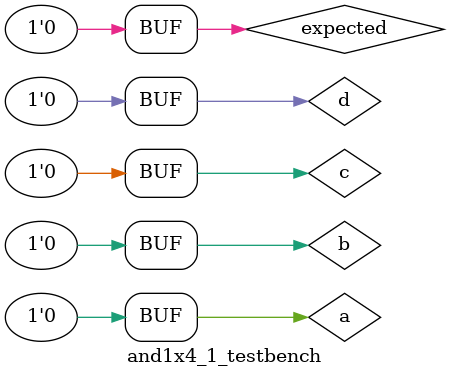
<source format=v>
`define DELAY 20
module and1x4_1_testbench();
   reg a, b, c, d;
   reg expected;
   wire tresult;
   wire      out;

   and1x4_1 o(out, a, b, c, d);
   xnor xn(tresult, out, expected);

   initial begin
      a=0;
      b=1;
      c=1;
      d=1;
      expected = 1'b0;
      #`DELAY;
      a=1;
      b=1;
      c=1;
      d=1;
      expected = 1'b1;
      #`DELAY;
      a=0;
      b=0;
      c=0;
      d=0;
      expected = 1'b0;
   end

   initial begin
      $monitor("time = %2d, a =%b, b=%b, c=%b, d=%b, out=%1b, expected=%1b, tresult=%1b", $time, a, b, c, d, out, expected, tresult);
   end

endmodule //and1x4_1_testbench

</source>
